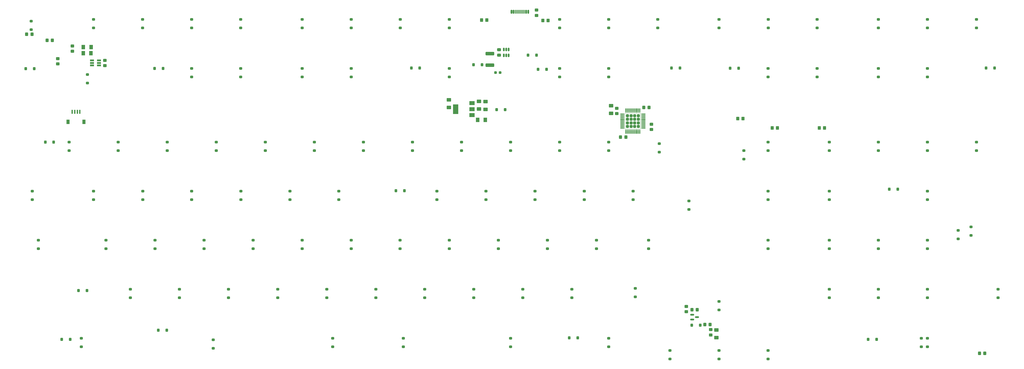
<source format=gbr>
G04 #@! TF.GenerationSoftware,KiCad,Pcbnew,7.0.2*
G04 #@! TF.CreationDate,2023-05-20T00:04:52-04:00*
G04 #@! TF.ProjectId,Boston-keyboard-V082JHA,426f7374-6f6e-42d6-9b65-79626f617264,rev?*
G04 #@! TF.SameCoordinates,Original*
G04 #@! TF.FileFunction,Paste,Bot*
G04 #@! TF.FilePolarity,Positive*
%FSLAX46Y46*%
G04 Gerber Fmt 4.6, Leading zero omitted, Abs format (unit mm)*
G04 Created by KiCad (PCBNEW 7.0.2) date 2023-05-20 00:04:52*
%MOMM*%
%LPD*%
G01*
G04 APERTURE LIST*
G04 Aperture macros list*
%AMRoundRect*
0 Rectangle with rounded corners*
0 $1 Rounding radius*
0 $2 $3 $4 $5 $6 $7 $8 $9 X,Y pos of 4 corners*
0 Add a 4 corners polygon primitive as box body*
4,1,4,$2,$3,$4,$5,$6,$7,$8,$9,$2,$3,0*
0 Add four circle primitives for the rounded corners*
1,1,$1+$1,$2,$3*
1,1,$1+$1,$4,$5*
1,1,$1+$1,$6,$7*
1,1,$1+$1,$8,$9*
0 Add four rect primitives between the rounded corners*
20,1,$1+$1,$2,$3,$4,$5,0*
20,1,$1+$1,$4,$5,$6,$7,0*
20,1,$1+$1,$6,$7,$8,$9,0*
20,1,$1+$1,$8,$9,$2,$3,0*%
G04 Aperture macros list end*
%ADD10RoundRect,0.250000X-0.350000X0.250000X-0.350000X-0.250000X0.350000X-0.250000X0.350000X0.250000X0*%
%ADD11RoundRect,0.250000X0.350000X0.450000X-0.350000X0.450000X-0.350000X-0.450000X0.350000X-0.450000X0*%
%ADD12RoundRect,0.250001X-0.462499X-0.624999X0.462499X-0.624999X0.462499X0.624999X-0.462499X0.624999X0*%
%ADD13RoundRect,0.250000X0.250000X0.350000X-0.250000X0.350000X-0.250000X-0.350000X0.250000X-0.350000X0*%
%ADD14RoundRect,0.250001X0.624999X-0.462499X0.624999X0.462499X-0.624999X0.462499X-0.624999X-0.462499X0*%
%ADD15R,2.000000X1.500000*%
%ADD16R,2.000000X3.800000*%
%ADD17RoundRect,0.250000X-0.450000X0.325000X-0.450000X-0.325000X0.450000X-0.325000X0.450000X0.325000X0*%
%ADD18RoundRect,0.237500X0.287500X0.237500X-0.287500X0.237500X-0.287500X-0.237500X0.287500X-0.237500X0*%
%ADD19RoundRect,0.250000X1.450000X-0.400000X1.450000X0.400000X-1.450000X0.400000X-1.450000X-0.400000X0*%
%ADD20RoundRect,0.250001X-0.624999X0.462499X-0.624999X-0.462499X0.624999X-0.462499X0.624999X0.462499X0*%
%ADD21RoundRect,0.250000X0.450000X-0.325000X0.450000X0.325000X-0.450000X0.325000X-0.450000X-0.325000X0*%
%ADD22RoundRect,0.075000X0.662500X0.075000X-0.662500X0.075000X-0.662500X-0.075000X0.662500X-0.075000X0*%
%ADD23RoundRect,0.075000X0.075000X0.662500X-0.075000X0.662500X-0.075000X-0.662500X0.075000X-0.662500X0*%
%ADD24RoundRect,0.250000X0.325000X0.450000X-0.325000X0.450000X-0.325000X-0.450000X0.325000X-0.450000X0*%
%ADD25RoundRect,0.250000X-0.325000X-0.450000X0.325000X-0.450000X0.325000X0.450000X-0.325000X0.450000X0*%
%ADD26RoundRect,0.150000X-0.150000X-0.575000X0.150000X-0.575000X0.150000X0.575000X-0.150000X0.575000X0*%
%ADD27RoundRect,0.075000X-0.075000X-0.650000X0.075000X-0.650000X0.075000X0.650000X-0.075000X0.650000X0*%
%ADD28R,1.560000X0.650000*%
%ADD29R,0.600000X1.550000*%
%ADD30R,1.200000X1.800000*%
%ADD31RoundRect,0.250000X-0.350000X-0.450000X0.350000X-0.450000X0.350000X0.450000X-0.350000X0.450000X0*%
%ADD32RoundRect,0.250000X0.315000X0.315000X-0.315000X0.315000X-0.315000X-0.315000X0.315000X-0.315000X0*%
%ADD33RoundRect,0.062500X0.375000X0.062500X-0.375000X0.062500X-0.375000X-0.062500X0.375000X-0.062500X0*%
%ADD34RoundRect,0.062500X0.062500X0.375000X-0.062500X0.375000X-0.062500X-0.375000X0.062500X-0.375000X0*%
%ADD35RoundRect,0.150000X-0.587500X-0.150000X0.587500X-0.150000X0.587500X0.150000X-0.587500X0.150000X0*%
%ADD36RoundRect,0.250000X-0.475000X0.337500X-0.475000X-0.337500X0.475000X-0.337500X0.475000X0.337500X0*%
%ADD37RoundRect,0.150000X0.150000X-0.512500X0.150000X0.512500X-0.150000X0.512500X-0.150000X-0.512500X0*%
G04 APERTURE END LIST*
D10*
X124340625Y-97256250D03*
X124340625Y-100556250D03*
D11*
X262700000Y-31025000D03*
X260700000Y-31025000D03*
D12*
X235412500Y-69625000D03*
X238387500Y-69625000D03*
D10*
X238640625Y-97256250D03*
X238640625Y-100556250D03*
D13*
X262150000Y-49925000D03*
X258850000Y-49925000D03*
D14*
X238400000Y-65512500D03*
X238400000Y-62537500D03*
D10*
X286265625Y-49631250D03*
X286265625Y-52931250D03*
X224353125Y-49631250D03*
X224353125Y-52931250D03*
D15*
X233150000Y-63125000D03*
X233150000Y-65425000D03*
D16*
X226850000Y-65425000D03*
D15*
X233150000Y-67725000D03*
D10*
X276778750Y-97256250D03*
X276778750Y-100556250D03*
X348178125Y-78206250D03*
X348178125Y-81506250D03*
D14*
X235900000Y-65412500D03*
X235900000Y-62437500D03*
D13*
X63150000Y-49725000D03*
X59850000Y-49725000D03*
D17*
X90600000Y-46500000D03*
X90600000Y-48550000D03*
D10*
X348216250Y-30581250D03*
X348216250Y-33881250D03*
X76715625Y-78206250D03*
X76715625Y-81506250D03*
X114853750Y-78206250D03*
X114853750Y-81506250D03*
D13*
X212906372Y-49495305D03*
X209606372Y-49495305D03*
D12*
X82262500Y-41325000D03*
X85237500Y-41325000D03*
D10*
X243403125Y-116306250D03*
X243403125Y-119606250D03*
X407709375Y-154406250D03*
X407709375Y-157706250D03*
X329128125Y-30581250D03*
X329128125Y-33881250D03*
X172003750Y-78206250D03*
X172003750Y-81506250D03*
X219590625Y-97256250D03*
X219590625Y-100556250D03*
D13*
X70750000Y-78225000D03*
X67450000Y-78225000D03*
D10*
X167241250Y-116306250D03*
X167241250Y-119606250D03*
X296600000Y-135075000D03*
X296600000Y-138375000D03*
X410090625Y-97256250D03*
X410090625Y-100556250D03*
D17*
X289400000Y-65139069D03*
X289400000Y-67189069D03*
D10*
X61975000Y-31275000D03*
X61975000Y-34575000D03*
X367228125Y-30581250D03*
X367228125Y-33881250D03*
X143390625Y-30581250D03*
X143390625Y-33881250D03*
X437475000Y-135356250D03*
X437475000Y-138656250D03*
X205341250Y-30581250D03*
X205341250Y-33881250D03*
X317460000Y-101066250D03*
X317460000Y-104366250D03*
X124340625Y-49631250D03*
X124340625Y-52931250D03*
D17*
X78000000Y-40900000D03*
X78000000Y-42950000D03*
D10*
X81478125Y-154406250D03*
X81478125Y-157706250D03*
D11*
X351800000Y-72725000D03*
X349800000Y-72725000D03*
D10*
X64809375Y-116306250D03*
X64809375Y-119606250D03*
X348178125Y-159168750D03*
X348178125Y-162468750D03*
X124340625Y-30581250D03*
X124340625Y-33881250D03*
D18*
X244075000Y-51225000D03*
X242325000Y-51225000D03*
D10*
X91003125Y-116306250D03*
X91003125Y-119606250D03*
X301743948Y-116306300D03*
X301743948Y-119606300D03*
D19*
X240100000Y-48350000D03*
X240100000Y-43900000D03*
D10*
X119578125Y-135356250D03*
X119578125Y-138656250D03*
X295790625Y-97256250D03*
X295790625Y-100556250D03*
X83859375Y-52012500D03*
X83859375Y-55312500D03*
X329128125Y-140118750D03*
X329128125Y-143418750D03*
D20*
X328100000Y-151237500D03*
X328100000Y-154212500D03*
D10*
X348178125Y-116306250D03*
X348178125Y-119606250D03*
D13*
X436148747Y-49495305D03*
X432848747Y-49495305D03*
D10*
X305911139Y-78801581D03*
X305911139Y-82101581D03*
X129103125Y-116306250D03*
X129103125Y-119606250D03*
D21*
X302900000Y-73350000D03*
X302900000Y-71300000D03*
D10*
X329128125Y-159168750D03*
X329128125Y-162468750D03*
X371990625Y-97256250D03*
X371990625Y-100556250D03*
X338800000Y-81550000D03*
X338800000Y-84850000D03*
X176766250Y-135356250D03*
X176766250Y-138656250D03*
X248165625Y-78206250D03*
X248165625Y-81506250D03*
X138628125Y-135356250D03*
X138628125Y-138656250D03*
D20*
X287200000Y-64081256D03*
X287200000Y-67056256D03*
D10*
X371990625Y-135356250D03*
X371990625Y-138656250D03*
X305315625Y-30581250D03*
X305315625Y-33881250D03*
D17*
X258250000Y-26975000D03*
X258250000Y-29025000D03*
D10*
X391040625Y-49631250D03*
X391040625Y-52931250D03*
X281503125Y-116306250D03*
X281503125Y-119606250D03*
X286265625Y-78206250D03*
X286265625Y-81506250D03*
X210065625Y-78206250D03*
X210065625Y-81506250D03*
X348178125Y-49631250D03*
X348178125Y-52931250D03*
D13*
X274223611Y-154270393D03*
X270923611Y-154270393D03*
D10*
X224391250Y-30581250D03*
X224391250Y-33881250D03*
X257690625Y-97256250D03*
X257690625Y-100556250D03*
X186253125Y-116306250D03*
X186253125Y-119606250D03*
X186253125Y-49631250D03*
X186253125Y-52931250D03*
X391040625Y-116306250D03*
X391040625Y-119606250D03*
X214828125Y-135396875D03*
X214828125Y-138696875D03*
D14*
X224200000Y-64812500D03*
X224200000Y-61837500D03*
D10*
X348178125Y-97256250D03*
X348178125Y-100556250D03*
X391040625Y-78206250D03*
X391040625Y-81506250D03*
X429140625Y-30581250D03*
X429140625Y-33881250D03*
X195816250Y-135356250D03*
X195816250Y-138656250D03*
X286265625Y-154406250D03*
X286265625Y-157706250D03*
X410090625Y-30581250D03*
X410090625Y-33881250D03*
X410090625Y-154406250D03*
X410090625Y-157706250D03*
D13*
X390309375Y-154865625D03*
X387009375Y-154865625D03*
D10*
X167203125Y-30581250D03*
X167203125Y-33881250D03*
D22*
X299813125Y-67316875D03*
X299813125Y-67816875D03*
X299813125Y-68316875D03*
X299813125Y-68816875D03*
X299813125Y-69316875D03*
X299813125Y-69816875D03*
X299813125Y-70316875D03*
X299813125Y-70816875D03*
X299813125Y-71316875D03*
X299813125Y-71816875D03*
X299813125Y-72316875D03*
X299813125Y-72816875D03*
D23*
X298400625Y-74229375D03*
X297900625Y-74229375D03*
X297400625Y-74229375D03*
X296900625Y-74229375D03*
X296400625Y-74229375D03*
X295900625Y-74229375D03*
X295400625Y-74229375D03*
X294900625Y-74229375D03*
X294400625Y-74229375D03*
X293900625Y-74229375D03*
X293400625Y-74229375D03*
X292900625Y-74229375D03*
D22*
X291488125Y-72816875D03*
X291488125Y-72316875D03*
X291488125Y-71816875D03*
X291488125Y-71316875D03*
X291488125Y-70816875D03*
X291488125Y-70316875D03*
X291488125Y-69816875D03*
X291488125Y-69316875D03*
X291488125Y-68816875D03*
X291488125Y-68316875D03*
X291488125Y-67816875D03*
X291488125Y-67316875D03*
D23*
X292900625Y-65904375D03*
X293400625Y-65904375D03*
X293900625Y-65904375D03*
X294400625Y-65904375D03*
X294900625Y-65904375D03*
X295400625Y-65904375D03*
X295900625Y-65904375D03*
X296400625Y-65904375D03*
X296900625Y-65904375D03*
X297400625Y-65904375D03*
X297900625Y-65904375D03*
X298400625Y-65904375D03*
D10*
X152953750Y-78206250D03*
X152953750Y-81506250D03*
D13*
X206953242Y-97120345D03*
X203653242Y-97120345D03*
D10*
X233878125Y-135356250D03*
X233878125Y-138656250D03*
X371990625Y-78206250D03*
X371990625Y-81506250D03*
X391040625Y-135356250D03*
X391040625Y-138656250D03*
X186253125Y-30581250D03*
X186253125Y-33881250D03*
D13*
X237050000Y-48225000D03*
X233750000Y-48225000D03*
D10*
X267215625Y-78206250D03*
X267215625Y-81506250D03*
X110053125Y-116306250D03*
X110053125Y-119606250D03*
X100528125Y-135356250D03*
X100528125Y-138656250D03*
D24*
X325625000Y-149125000D03*
X323575000Y-149125000D03*
D10*
X371990625Y-116306250D03*
X371990625Y-119606250D03*
X429140625Y-78206250D03*
X429140625Y-81506250D03*
X229115625Y-78206250D03*
X229115625Y-81506250D03*
D13*
X336750000Y-49525000D03*
X333450000Y-49525000D03*
D10*
X391040625Y-30581250D03*
X391040625Y-33881250D03*
X157716250Y-135356250D03*
X157716250Y-138656250D03*
D13*
X77175000Y-154900000D03*
X73875000Y-154900000D03*
D10*
X62428125Y-97256250D03*
X62428125Y-100556250D03*
D13*
X83650000Y-135900000D03*
X80350000Y-135900000D03*
D10*
X167203125Y-49631250D03*
X167203125Y-52931250D03*
D25*
X290875000Y-76325000D03*
X292925000Y-76325000D03*
D10*
X367228125Y-49631250D03*
X367228125Y-52931250D03*
D21*
X325900000Y-153150000D03*
X325900000Y-151100000D03*
D24*
X301915625Y-64821875D03*
X299865625Y-64821875D03*
D26*
X248487000Y-27575000D03*
X249287000Y-27575000D03*
D27*
X250487000Y-27575000D03*
X251483000Y-27575000D03*
X251987000Y-27575000D03*
X252987000Y-27575000D03*
D26*
X254987000Y-27575000D03*
X254187000Y-27575000D03*
D27*
X253487000Y-27575000D03*
X252487000Y-27575000D03*
X250987000Y-27575000D03*
X249987000Y-27575000D03*
D11*
X370100000Y-72725000D03*
X368100000Y-72725000D03*
D28*
X88350000Y-46521250D03*
X88350000Y-47471250D03*
X88350000Y-48421250D03*
X85650000Y-48421250D03*
X85650000Y-47471250D03*
X85650000Y-46521250D03*
D12*
X82237500Y-43725000D03*
X85212500Y-43725000D03*
D13*
X258250000Y-44425000D03*
X254950000Y-44425000D03*
D10*
X205266250Y-116306250D03*
X205266250Y-119606250D03*
D13*
X321850000Y-149325000D03*
X318550000Y-149325000D03*
D10*
X179109375Y-154406250D03*
X179109375Y-157706250D03*
D24*
X70225000Y-38725000D03*
X68175000Y-38725000D03*
D10*
X271978125Y-135356250D03*
X271978125Y-138656250D03*
X95765625Y-78206250D03*
X95765625Y-81506250D03*
D29*
X80900000Y-66500000D03*
X79900000Y-66500000D03*
X78900000Y-66500000D03*
X77900000Y-66500000D03*
D30*
X82500000Y-70375000D03*
X76300000Y-70375000D03*
D10*
X191015625Y-78206250D03*
X191015625Y-81506250D03*
X252928125Y-135356250D03*
X252928125Y-138656250D03*
X410090625Y-78206250D03*
X410090625Y-81506250D03*
D13*
X114679727Y-151293828D03*
X111379727Y-151293828D03*
D10*
X206493750Y-154406250D03*
X206493750Y-157706250D03*
D13*
X246050000Y-65625000D03*
X242750000Y-65625000D03*
D10*
X422000000Y-112575000D03*
X422000000Y-115875000D03*
X86240625Y-30581250D03*
X86240625Y-33881250D03*
X162478750Y-97256250D03*
X162478750Y-100556250D03*
X267215625Y-30581250D03*
X267215625Y-33881250D03*
X410090625Y-49631250D03*
X410090625Y-52931250D03*
D31*
X236900000Y-30825000D03*
X238900000Y-30825000D03*
D24*
X62300000Y-36325000D03*
X60250000Y-36325000D03*
D10*
X224353125Y-116306250D03*
X224353125Y-119606250D03*
D32*
X297750625Y-72166875D03*
X297750625Y-70766875D03*
X297750625Y-69366875D03*
X297750625Y-67966875D03*
X296350625Y-72166875D03*
X296350625Y-70766875D03*
X296350625Y-69366875D03*
X296350625Y-67966875D03*
X294950625Y-72166875D03*
X294950625Y-70766875D03*
X294950625Y-69366875D03*
X294950625Y-67966875D03*
X293550625Y-72166875D03*
X293550625Y-70766875D03*
X293550625Y-69366875D03*
X293550625Y-67966875D03*
D33*
X299088125Y-67316875D03*
X299088125Y-67816875D03*
X299088125Y-68316875D03*
X299088125Y-68816875D03*
X299088125Y-69316875D03*
X299088125Y-69816875D03*
X299088125Y-70316875D03*
X299088125Y-70816875D03*
X299088125Y-71316875D03*
X299088125Y-71816875D03*
X299088125Y-72316875D03*
X299088125Y-72816875D03*
D34*
X298400625Y-73504375D03*
X297900625Y-73504375D03*
X297400625Y-73504375D03*
X296900625Y-73504375D03*
X296400625Y-73504375D03*
X295900625Y-73504375D03*
X295400625Y-73504375D03*
X294900625Y-73504375D03*
X294400625Y-73504375D03*
X293900625Y-73504375D03*
X293400625Y-73504375D03*
X292900625Y-73504375D03*
D33*
X292213125Y-72816875D03*
X292213125Y-72316875D03*
X292213125Y-71816875D03*
X292213125Y-71316875D03*
X292213125Y-70816875D03*
X292213125Y-70316875D03*
X292213125Y-69816875D03*
X292213125Y-69316875D03*
X292213125Y-68816875D03*
X292213125Y-68316875D03*
X292213125Y-67816875D03*
X292213125Y-67316875D03*
D34*
X292900625Y-66629375D03*
X293400625Y-66629375D03*
X293900625Y-66629375D03*
X294400625Y-66629375D03*
X294900625Y-66629375D03*
X295400625Y-66629375D03*
X295900625Y-66629375D03*
X296400625Y-66629375D03*
X296900625Y-66629375D03*
X297400625Y-66629375D03*
X297900625Y-66629375D03*
X298400625Y-66629375D03*
D10*
X132675056Y-155001645D03*
X132675056Y-158301645D03*
X105328750Y-97256250D03*
X105328750Y-100556250D03*
D21*
X316400000Y-144150000D03*
X316400000Y-142100000D03*
D10*
X181490625Y-97256250D03*
X181490625Y-100556250D03*
D17*
X72300000Y-45825000D03*
X72300000Y-47875000D03*
D10*
X267215625Y-49631250D03*
X267215625Y-52931250D03*
X310078125Y-159168750D03*
X310078125Y-162468750D03*
D11*
X338400000Y-69125000D03*
X336400000Y-69125000D03*
D10*
X133903750Y-78206250D03*
X133903750Y-81506250D03*
X86240625Y-97256250D03*
X86240625Y-100556250D03*
D35*
X318662500Y-147175000D03*
X318662500Y-145275000D03*
X320537500Y-146225000D03*
D10*
X148153125Y-116306250D03*
X148153125Y-119606250D03*
D13*
X313973643Y-49495305D03*
X310673643Y-49495305D03*
D36*
X243700000Y-42387500D03*
X243700000Y-44462500D03*
D37*
X247450000Y-44562500D03*
X246500000Y-44562500D03*
X245550000Y-44562500D03*
X245550000Y-42287500D03*
X246500000Y-42287500D03*
X247450000Y-42287500D03*
D13*
X113250000Y-49625000D03*
X109950000Y-49625000D03*
D10*
X143428750Y-97256250D03*
X143428750Y-100556250D03*
X262453125Y-116306250D03*
X262453125Y-119606250D03*
X410090625Y-135356250D03*
X410090625Y-138656250D03*
D25*
X430275000Y-160325000D03*
X432325000Y-160325000D03*
X318575000Y-143325000D03*
X320625000Y-143325000D03*
D10*
X248165625Y-154406250D03*
X248165625Y-157706250D03*
X410090625Y-116306250D03*
X410090625Y-119606250D03*
X427000000Y-111150000D03*
X427000000Y-114450000D03*
D13*
X398508089Y-96525032D03*
X395208089Y-96525032D03*
D10*
X286303750Y-30581250D03*
X286303750Y-33881250D03*
X143390625Y-49631250D03*
X143390625Y-52931250D03*
X105290625Y-30581250D03*
X105290625Y-33881250D03*
M02*

</source>
